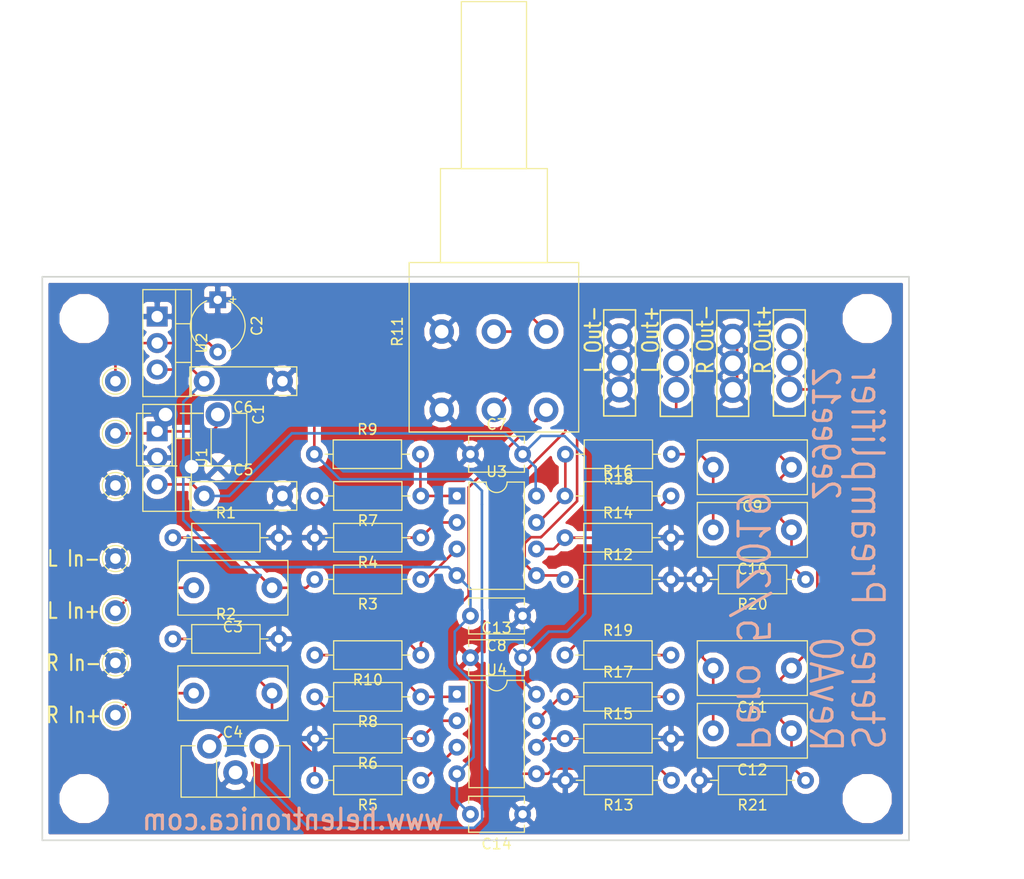
<source format=kicad_pcb>
(kicad_pcb (version 20171130) (host pcbnew "(5.1.5)-3")
  (title_block (title "Stereo Preamplifier") (date 2019-05-10) (rev "Rev A0") (company www.helentronica.com))
  (layers (0 F.Cu signal) (31 B.Cu signal hide) (34 B.Paste user hide) (35 F.Paste user hide) (36 B.SilkS user) (37 F.SilkS user hide) (38 B.Mask user hide) (39 F.Mask user hide) (44 Edge.Cuts user))
  (net 0 "")
  (net 1 -15V)
  (net 2 "Net-(C2-Pad2)")
  (net 3 GND)
  (net 4 "Net-(C1-Pad1)")
  (net 5 +15V)
  (net 6 "Net-(C11-Pad1)")
  (net 7 "Net-(R11-Pad5)")
  (net 8 "Net-(C4-Pad1)")
  (net 9 "Net-(R3-Pad1)")
  (net 10 "Net-(C3-Pad1)")
  (net 11 "Net-(R4-Pad1)")
  (net 12 "Net-(R5-Pad1)")
  (net 13 "Net-(R6-Pad1)")
  (net 14 "Net-(R7-Pad1)")
  (net 15 "Net-(R10-Pad2)")
  (net 16 "Net-(R11-Pad1)")
  (net 17 "Net-(R10-Pad1)")
  (net 18 "Net-(R11-Pad2)")
  (net 19 "Net-(R14-Pad1)")
  (net 20 "Net-(R15-Pad1)")
  (net 21 "Net-(R16-Pad1)")
  (net 22 "Net-(R17-Pad1)")
  (net 23 "Net-(C10-Pad2)")
  (net 24 "Net-(C11-Pad2)")
  (net 25 "Net-(C10-Pad1)")
  (net 26 /R_in)
  (net 27 /L_in)
  (module Package_DIP:DIP-8_W7.62mm (layer F.Cu) (at 149.7 108)
    (fp_text reference U4 (at 3.81 -2.33) (layer F.SilkS))
    (fp_text value OPA2134)
    (pad 8 thru_hole oval (at 7.62 0) (size 1.6 1.6) (drill 0.8) (layers *.Cu *.Mask) (net 5 +15V))
    (pad 4 thru_hole oval (at 0 7.62) (size 1.6 1.6) (drill 0.8) (layers *.Cu *.Mask) (net 1 -15V))
    (pad 7 thru_hole oval (at 7.62 2.54) (size 1.6 1.6) (drill 0.8) (layers *.Cu *.Mask) (net 22 "Net-(R17-Pad1)"))
    (pad 3 thru_hole oval (at 0 5.08) (size 1.6 1.6) (drill 0.8) (layers *.Cu *.Mask) (net 12 "Net-(R5-Pad1)"))
    (pad 6 thru_hole oval (at 7.62 5.08) (size 1.6 1.6) (drill 0.8) (layers *.Cu *.Mask) (net 20 "Net-(R15-Pad1)"))
    (pad 2 thru_hole oval (at 0 2.54) (size 1.6 1.6) (drill 0.8) (layers *.Cu *.Mask) (net 13 "Net-(R6-Pad1)"))
    (pad 5 thru_hole oval (at 7.62 7.62) (size 1.6 1.6) (drill 0.8) (layers *.Cu *.Mask) (net 7 "Net-(R11-Pad5)"))
    (pad 1 thru_hole rect (at 0 0) (size 1.6 1.6) (drill 0.8) (layers *.Cu *.Mask) (net 15 "Net-(R10-Pad2)"))
  )
  (module Package_DIP:DIP-8_W7.62mm (layer F.Cu) (at 149.7 89)
    (fp_text reference U3 (at 3.81 -2.33) (layer F.SilkS))
    (fp_text value OPA2134)
    (pad 8 thru_hole oval (at 7.62 0) (size 1.6 1.6) (drill 0.8) (layers *.Cu *.Mask) (net 5 +15V))
    (pad 4 thru_hole oval (at 0 7.62) (size 1.6 1.6) (drill 0.8) (layers *.Cu *.Mask) (net 1 -15V))
    (pad 7 thru_hole oval (at 7.62 2.54) (size 1.6 1.6) (drill 0.8) (layers *.Cu *.Mask) (net 21 "Net-(R16-Pad1)"))
    (pad 3 thru_hole oval (at 0 5.08) (size 1.6 1.6) (drill 0.8) (layers *.Cu *.Mask) (net 9 "Net-(R3-Pad1)"))
    (pad 6 thru_hole oval (at 7.62 5.08) (size 1.6 1.6) (drill 0.8) (layers *.Cu *.Mask) (net 19 "Net-(R14-Pad1)"))
    (pad 2 thru_hole oval (at 0 2.54) (size 1.6 1.6) (drill 0.8) (layers *.Cu *.Mask) (net 11 "Net-(R4-Pad1)"))
    (pad 5 thru_hole oval (at 7.62 7.62) (size 1.6 1.6) (drill 0.8) (layers *.Cu *.Mask) (net 18 "Net-(R11-Pad2)"))
    (pad 1 thru_hole rect (at 0 0) (size 1.6 1.6) (drill 0.8) (layers *.Cu *.Mask) (net 14 "Net-(R7-Pad1)"))
  )
  (module Package_TO_SOT_THT:TO-220-3_Vertical (layer F.Cu) (at 121 71.81 270)
    (fp_text reference U2 (at 2.54 -4.27 90) (layer F.SilkS))
    (fp_text value L7915)
    (pad 3 thru_hole oval (at 5.08 0 270) (size 1.905 2) (drill 1.1) (layers *.Cu *.Mask) (net 1 -15V))
    (pad 2 thru_hole oval (at 2.54 0 270) (size 1.905 2) (drill 1.1) (layers *.Cu *.Mask) (net 2 "Net-(C2-Pad2)"))
    (pad 1 thru_hole rect (at 0 0 270) (size 1.905 2) (drill 1.1) (layers *.Cu *.Mask) (net 3 GND))
  )
  (module Package_TO_SOT_THT:TO-220-3_Vertical (layer F.Cu) (at 121 82.81 270)
    (fp_text reference U1 (at 2.54 -4.27 90) (layer F.SilkS))
    (fp_text value L7815)
    (pad 3 thru_hole oval (at 5.08 0 270) (size 1.905 2) (drill 1.1) (layers *.Cu *.Mask) (net 5 +15V))
    (pad 2 thru_hole oval (at 2.54 0 270) (size 1.905 2) (drill 1.1) (layers *.Cu *.Mask) (net 3 GND))
    (pad 1 thru_hole rect (at 0 0 270) (size 1.905 2) (drill 1.1) (layers *.Cu *.Mask) (net 4 "Net-(C1-Pad1)"))
  )
  (module Resistor_THT:R_Axial_DIN0207_L6.3mm_D2.5mm_P10.16mm_Horizontal (layer F.Cu) (at 183.1 116.25 180)
    (fp_text reference R21 (at 5.08 -2.37) (layer F.SilkS))
    (fp_text value 100k)
    (pad 2 thru_hole oval (at 10.16 0 180) (size 1.6 1.6) (drill 0.8) (layers *.Cu *.Mask) (net 3 GND))
    (pad 1 thru_hole circle (at 0 0 180) (size 1.6 1.6) (drill 0.8) (layers *.Cu *.Mask) (net 6 "Net-(C11-Pad1)"))
  )
  (module Resistor_THT:R_Axial_DIN0207_L6.3mm_D2.5mm_P10.16mm_Horizontal (layer F.Cu) (at 183.1 97 180)
    (fp_text reference R20 (at 5.08 -2.37) (layer F.SilkS))
    (fp_text value 100k)
    (pad 2 thru_hole oval (at 10.16 0 180) (size 1.6 1.6) (drill 0.8) (layers *.Cu *.Mask) (net 3 GND))
    (pad 1 thru_hole circle (at 0 0 180) (size 1.6 1.6) (drill 0.8) (layers *.Cu *.Mask) (net 25 "Net-(C10-Pad1)"))
  )
  (module Resistor_THT:R_Axial_DIN0207_L6.3mm_D2.5mm_P10.16mm_Horizontal (layer F.Cu) (at 160.05 104.25)
    (fp_text reference R19 (at 5.08 -2.37) (layer F.SilkS))
    (fp_text value 100R)
    (pad 2 thru_hole oval (at 10.16 0) (size 1.6 1.6) (drill 0.8) (layers *.Cu *.Mask) (net 22 "Net-(R17-Pad1)"))
    (pad 1 thru_hole circle (at 0 0) (size 1.6 1.6) (drill 0.8) (layers *.Cu *.Mask) (net 24 "Net-(C11-Pad2)"))
  )
  (module Resistor_THT:R_Axial_DIN0207_L6.3mm_D2.5mm_P10.16mm_Horizontal (layer F.Cu) (at 170.25 85 180)
    (fp_text reference R18 (at 5.08 -2.37) (layer F.SilkS))
    (fp_text value 100R)
    (pad 2 thru_hole oval (at 10.16 0 180) (size 1.6 1.6) (drill 0.8) (layers *.Cu *.Mask) (net 21 "Net-(R16-Pad1)"))
    (pad 1 thru_hole circle (at 0 0 180) (size 1.6 1.6) (drill 0.8) (layers *.Cu *.Mask) (net 23 "Net-(C10-Pad2)"))
  )
  (module Resistor_THT:R_Axial_DIN0207_L6.3mm_D2.5mm_P10.16mm_Horizontal (layer F.Cu) (at 160.05 108.25)
    (fp_text reference R17 (at 5.08 -2.37) (layer F.SilkS))
    (fp_text value 10k)
    (pad 2 thru_hole oval (at 10.16 0) (size 1.6 1.6) (drill 0.8) (layers *.Cu *.Mask) (net 20 "Net-(R15-Pad1)"))
    (pad 1 thru_hole circle (at 0 0) (size 1.6 1.6) (drill 0.8) (layers *.Cu *.Mask) (net 22 "Net-(R17-Pad1)"))
  )
  (module Resistor_THT:R_Axial_DIN0207_L6.3mm_D2.5mm_P10.16mm_Horizontal (layer F.Cu) (at 160.05 89)
    (fp_text reference R16 (at 5.08 -2.37) (layer F.SilkS))
    (fp_text value 10k)
    (pad 2 thru_hole oval (at 10.16 0) (size 1.6 1.6) (drill 0.8) (layers *.Cu *.Mask) (net 19 "Net-(R14-Pad1)"))
    (pad 1 thru_hole circle (at 0 0) (size 1.6 1.6) (drill 0.8) (layers *.Cu *.Mask) (net 21 "Net-(R16-Pad1)"))
  )
  (module Resistor_THT:R_Axial_DIN0207_L6.3mm_D2.5mm_P10.16mm_Horizontal (layer F.Cu) (at 160.05 112.25)
    (fp_text reference R15 (at 5.08 -2.37) (layer F.SilkS))
    (fp_text value 10k)
    (pad 2 thru_hole oval (at 10.16 0) (size 1.6 1.6) (drill 0.8) (layers *.Cu *.Mask) (net 3 GND))
    (pad 1 thru_hole circle (at 0 0) (size 1.6 1.6) (drill 0.8) (layers *.Cu *.Mask) (net 20 "Net-(R15-Pad1)"))
  )
  (module Resistor_THT:R_Axial_DIN0207_L6.3mm_D2.5mm_P10.16mm_Horizontal (layer F.Cu) (at 160.05 93)
    (fp_text reference R14 (at 5.08 -2.37) (layer F.SilkS))
    (fp_text value 10k)
    (pad 2 thru_hole oval (at 10.16 0) (size 1.6 1.6) (drill 0.8) (layers *.Cu *.Mask) (net 3 GND))
    (pad 1 thru_hole circle (at 0 0) (size 1.6 1.6) (drill 0.8) (layers *.Cu *.Mask) (net 19 "Net-(R14-Pad1)"))
  )
  (module Resistor_THT:R_Axial_DIN0207_L6.3mm_D2.5mm_P10.16mm_Horizontal (layer F.Cu) (at 170.25 116.25 180)
    (fp_text reference R13 (at 5.08 -2.37) (layer F.SilkS))
    (fp_text value 15k)
    (pad 2 thru_hole oval (at 10.16 0 180) (size 1.6 1.6) (drill 0.8) (layers *.Cu *.Mask) (net 3 GND))
    (pad 1 thru_hole circle (at 0 0 180) (size 1.6 1.6) (drill 0.8) (layers *.Cu *.Mask) (net 7 "Net-(R11-Pad5)"))
  )
  (module Resistor_THT:R_Axial_DIN0207_L6.3mm_D2.5mm_P10.16mm_Horizontal (layer F.Cu) (at 160.05 97)
    (fp_text reference R12 (at 5.08 -2.37) (layer F.SilkS))
    (fp_text value 15k)
    (pad 2 thru_hole oval (at 10.16 0) (size 1.6 1.6) (drill 0.8) (layers *.Cu *.Mask) (net 3 GND))
    (pad 1 thru_hole circle (at 0 0) (size 1.6 1.6) (drill 0.8) (layers *.Cu *.Mask) (net 18 "Net-(R11-Pad2)"))
  )
  (module Potentiometer_THT:Potentiometer_Piher_PC-16_Dual_Horizontal (layer F.Cu) (at 158.25 73.25 90)
    (fp_text reference R11 (at 0 -14.25 90) (layer F.SilkS))
    (fp_text value 100k)
    (pad 4 thru_hole circle (at -7.5 0 90) (size 2.34 2.34) (drill 1.3) (layers *.Cu *.Mask) (net 17 "Net-(R10-Pad1)"))
    (pad 5 thru_hole circle (at -7.5 -5 90) (size 2.34 2.34) (drill 1.3) (layers *.Cu *.Mask) (net 7 "Net-(R11-Pad5)"))
    (pad 6 thru_hole circle (at -7.5 -10 90) (size 2.34 2.34) (drill 1.3) (layers *.Cu *.Mask) (net 3 GND))
    (pad 1 thru_hole circle (at 0 0 90) (size 2.34 2.34) (drill 1.3) (layers *.Cu *.Mask) (net 16 "Net-(R11-Pad1)"))
    (pad 2 thru_hole circle (at 0 -5 90) (size 2.34 2.34) (drill 1.3) (layers *.Cu *.Mask) (net 18 "Net-(R11-Pad2)"))
    (pad 3 thru_hole circle (at 0 -10 90) (size 2.34 2.34) (drill 1.3) (layers *.Cu *.Mask) (net 3 GND))
  )
  (module Resistor_THT:R_Axial_DIN0207_L6.3mm_D2.5mm_P10.16mm_Horizontal (layer F.Cu) (at 146.25 104.25 180)
    (fp_text reference R10 (at 5.08 -2.37) (layer F.SilkS))
    (fp_text value 1k5)
    (pad 2 thru_hole oval (at 10.16 0 180) (size 1.6 1.6) (drill 0.8) (layers *.Cu *.Mask) (net 15 "Net-(R10-Pad2)"))
    (pad 1 thru_hole circle (at 0 0 180) (size 1.6 1.6) (drill 0.8) (layers *.Cu *.Mask) (net 17 "Net-(R10-Pad1)"))
  )
  (module Resistor_THT:R_Axial_DIN0207_L6.3mm_D2.5mm_P10.16mm_Horizontal (layer F.Cu) (at 136.05 85)
    (fp_text reference R9 (at 5.08 -2.37) (layer F.SilkS))
    (fp_text value 1k5)
    (pad 2 thru_hole oval (at 10.16 0) (size 1.6 1.6) (drill 0.8) (layers *.Cu *.Mask) (net 14 "Net-(R7-Pad1)"))
    (pad 1 thru_hole circle (at 0 0) (size 1.6 1.6) (drill 0.8) (layers *.Cu *.Mask) (net 16 "Net-(R11-Pad1)"))
  )
  (module Resistor_THT:R_Axial_DIN0207_L6.3mm_D2.5mm_P10.16mm_Horizontal (layer F.Cu) (at 146.25 108.25 180)
    (fp_text reference R8 (at 5.08 -2.37) (layer F.SilkS))
    (fp_text value 10k)
    (pad 2 thru_hole oval (at 10.16 0 180) (size 1.6 1.6) (drill 0.8) (layers *.Cu *.Mask) (net 13 "Net-(R6-Pad1)"))
    (pad 1 thru_hole circle (at 0 0 180) (size 1.6 1.6) (drill 0.8) (layers *.Cu *.Mask) (net 15 "Net-(R10-Pad2)"))
  )
  (module Resistor_THT:R_Axial_DIN0207_L6.3mm_D2.5mm_P10.16mm_Horizontal (layer F.Cu) (at 146.25 89 180)
    (fp_text reference R7 (at 5.08 -2.37) (layer F.SilkS))
    (fp_text value 10k)
    (pad 2 thru_hole oval (at 10.16 0 180) (size 1.6 1.6) (drill 0.8) (layers *.Cu *.Mask) (net 11 "Net-(R4-Pad1)"))
    (pad 1 thru_hole circle (at 0 0 180) (size 1.6 1.6) (drill 0.8) (layers *.Cu *.Mask) (net 14 "Net-(R7-Pad1)"))
  )
  (module Resistor_THT:R_Axial_DIN0207_L6.3mm_D2.5mm_P10.16mm_Horizontal (layer F.Cu) (at 146.25 112.25 180)
    (fp_text reference R6 (at 5.08 -2.37) (layer F.SilkS))
    (fp_text value 10k)
    (pad 2 thru_hole oval (at 10.16 0 180) (size 1.6 1.6) (drill 0.8) (layers *.Cu *.Mask) (net 3 GND))
    (pad 1 thru_hole circle (at 0 0 180) (size 1.6 1.6) (drill 0.8) (layers *.Cu *.Mask) (net 13 "Net-(R6-Pad1)"))
  )
  (module Resistor_THT:R_Axial_DIN0207_L6.3mm_D2.5mm_P10.16mm_Horizontal (layer F.Cu) (at 146.25 116.25 180)
    (fp_text reference R5 (at 5.08 -2.37) (layer F.SilkS))
    (fp_text value 1k)
    (pad 2 thru_hole oval (at 10.16 0 180) (size 1.6 1.6) (drill 0.8) (layers *.Cu *.Mask) (net 8 "Net-(C4-Pad1)"))
    (pad 1 thru_hole circle (at 0 0 180) (size 1.6 1.6) (drill 0.8) (layers *.Cu *.Mask) (net 12 "Net-(R5-Pad1)"))
  )
  (module Resistor_THT:R_Axial_DIN0207_L6.3mm_D2.5mm_P10.16mm_Horizontal (layer F.Cu) (at 146.25 93 180)
    (fp_text reference R4 (at 5.08 -2.37) (layer F.SilkS))
    (fp_text value 10k)
    (pad 2 thru_hole oval (at 10.16 0 180) (size 1.6 1.6) (drill 0.8) (layers *.Cu *.Mask) (net 3 GND))
    (pad 1 thru_hole circle (at 0 0 180) (size 1.6 1.6) (drill 0.8) (layers *.Cu *.Mask) (net 11 "Net-(R4-Pad1)"))
  )
  (module Resistor_THT:R_Axial_DIN0207_L6.3mm_D2.5mm_P10.16mm_Horizontal (layer F.Cu) (at 146.25 97 180)
    (fp_text reference R3 (at 5.08 -2.37) (layer F.SilkS))
    (fp_text value 1k)
    (pad 2 thru_hole oval (at 10.16 0 180) (size 1.6 1.6) (drill 0.8) (layers *.Cu *.Mask) (net 10 "Net-(C3-Pad1)"))
    (pad 1 thru_hole circle (at 0 0 180) (size 1.6 1.6) (drill 0.8) (layers *.Cu *.Mask) (net 9 "Net-(R3-Pad1)"))
  )
  (module Resistor_THT:R_Axial_DIN0207_L6.3mm_D2.5mm_P10.16mm_Horizontal (layer F.Cu) (at 122.5 102.7)
    (fp_text reference R2 (at 5.08 -2.37) (layer F.SilkS))
    (fp_text value 100k)
    (pad 2 thru_hole oval (at 10.16 0) (size 1.6 1.6) (drill 0.8) (layers *.Cu *.Mask) (net 3 GND))
    (pad 1 thru_hole circle (at 0 0) (size 1.6 1.6) (drill 0.8) (layers *.Cu *.Mask) (net 8 "Net-(C4-Pad1)"))
  )
  (module Resistor_THT:R_Axial_DIN0207_L6.3mm_D2.5mm_P10.16mm_Horizontal (layer F.Cu) (at 122.5 93)
    (fp_text reference R1 (at 5.08 -2.37) (layer F.SilkS))
    (fp_text value 100k)
    (pad 2 thru_hole oval (at 10.16 0) (size 1.6 1.6) (drill 0.8) (layers *.Cu *.Mask) (net 3 GND))
    (pad 1 thru_hole circle (at 0 0) (size 1.6 1.6) (drill 0.8) (layers *.Cu *.Mask) (net 10 "Net-(C3-Pad1)"))
  )
  (module Capacitor_THT:C_Disc_D5.1mm_W3.2mm_P5.00mm (layer F.Cu) (at 156 119.5 180)
    (fp_text reference C14 (at 2.5 -2.85) (layer F.SilkS))
    (fp_text value 1u)
    (pad 2 thru_hole circle (at 5 0 180) (size 1.6 1.6) (drill 0.8) (layers *.Cu *.Mask) (net 1 -15V))
    (pad 1 thru_hole circle (at 0 0 180) (size 1.6 1.6) (drill 0.8) (layers *.Cu *.Mask) (net 3 GND))
  )
  (module Capacitor_THT:C_Disc_D5.1mm_W3.2mm_P5.00mm (layer F.Cu) (at 151 104.5)
    (fp_text reference C13 (at 2.5 -2.85) (layer F.SilkS))
    (fp_text value 1u)
    (pad 2 thru_hole circle (at 5 0) (size 1.6 1.6) (drill 0.8) (layers *.Cu *.Mask) (net 5 +15V))
    (pad 1 thru_hole circle (at 0 0) (size 1.6 1.6) (drill 0.8) (layers *.Cu *.Mask) (net 3 GND))
  )
  (module Capacitor_THT:C_Rect_L10.3mm_W5.0mm_P7.50mm_MKS4 (layer F.Cu) (at 181.75 111.5 180)
    (fp_text reference C12 (at 3.75 -3.75) (layer F.SilkS))
    (fp_text value 1u)
    (pad 2 thru_hole circle (at 7.5 0 180) (size 2 2) (drill 1) (layers *.Cu *.Mask) (net 24 "Net-(C11-Pad2)"))
    (pad 1 thru_hole circle (at 0 0 180) (size 2 2) (drill 1) (layers *.Cu *.Mask) (net 6 "Net-(C11-Pad1)"))
  )
  (module Capacitor_THT:C_Rect_L10.3mm_W5.0mm_P7.50mm_MKS4 (layer F.Cu) (at 181.75 105.5 180)
    (fp_text reference C11 (at 3.75 -3.75) (layer F.SilkS))
    (fp_text value 1u)
    (pad 2 thru_hole circle (at 7.5 0 180) (size 2 2) (drill 1) (layers *.Cu *.Mask) (net 24 "Net-(C11-Pad2)"))
    (pad 1 thru_hole circle (at 0 0 180) (size 2 2) (drill 1) (layers *.Cu *.Mask) (net 6 "Net-(C11-Pad1)"))
  )
  (module Capacitor_THT:C_Rect_L10.3mm_W5.0mm_P7.50mm_MKS4 (layer F.Cu) (at 181.75 92.25 180)
    (fp_text reference C10 (at 3.75 -3.75) (layer F.SilkS))
    (fp_text value 1u)
    (pad 2 thru_hole circle (at 7.5 0 180) (size 2 2) (drill 1) (layers *.Cu *.Mask) (net 23 "Net-(C10-Pad2)"))
    (pad 1 thru_hole circle (at 0 0 180) (size 2 2) (drill 1) (layers *.Cu *.Mask) (net 25 "Net-(C10-Pad1)"))
  )
  (module Capacitor_THT:C_Rect_L10.3mm_W5.0mm_P7.50mm_MKS4 (layer F.Cu) (at 181.75 86.25 180)
    (fp_text reference C9 (at 3.75 -3.75) (layer F.SilkS))
    (fp_text value 1u)
    (pad 2 thru_hole circle (at 7.5 0 180) (size 2 2) (drill 1) (layers *.Cu *.Mask) (net 23 "Net-(C10-Pad2)"))
    (pad 1 thru_hole circle (at 0 0 180) (size 2 2) (drill 1) (layers *.Cu *.Mask) (net 25 "Net-(C10-Pad1)"))
  )
  (module Capacitor_THT:C_Disc_D5.1mm_W3.2mm_P5.00mm (layer F.Cu) (at 156 100.5 180)
    (fp_text reference C8 (at 2.5 -2.85) (layer F.SilkS))
    (fp_text value 1u)
    (pad 2 thru_hole circle (at 5 0 180) (size 1.6 1.6) (drill 0.8) (layers *.Cu *.Mask) (net 1 -15V))
    (pad 1 thru_hole circle (at 0 0 180) (size 1.6 1.6) (drill 0.8) (layers *.Cu *.Mask) (net 3 GND))
  )
  (module Capacitor_THT:C_Disc_D5.1mm_W3.2mm_P5.00mm (layer F.Cu) (at 151 85)
    (fp_text reference C7 (at 2.5 -2.85) (layer F.SilkS))
    (fp_text value 1u)
    (pad 2 thru_hole circle (at 5 0) (size 1.6 1.6) (drill 0.8) (layers *.Cu *.Mask) (net 5 +15V))
    (pad 1 thru_hole circle (at 0 0) (size 1.6 1.6) (drill 0.8) (layers *.Cu *.Mask) (net 3 GND))
  )
  (module Capacitor_THT:C_Rect_L10.0mm_W2.5mm_P7.50mm_MKS4 (layer F.Cu) (at 133 78 180)
    (fp_text reference C6 (at 3.75 -2.5) (layer F.SilkS))
    (fp_text value 100n)
    (pad 2 thru_hole circle (at 7.5 0 180) (size 2 2) (drill 1) (layers *.Cu *.Mask) (net 1 -15V))
    (pad 1 thru_hole circle (at 0 0 180) (size 2 2) (drill 1) (layers *.Cu *.Mask) (net 3 GND))
  )
  (module Capacitor_THT:C_Rect_L10.0mm_W2.5mm_P7.50mm_MKS4 (layer F.Cu) (at 125.5 89)
    (fp_text reference C5 (at 3.75 -2.5) (layer F.SilkS))
    (fp_text value 100n)
    (pad 2 thru_hole circle (at 7.5 0) (size 2 2) (drill 1) (layers *.Cu *.Mask) (net 3 GND))
    (pad 1 thru_hole circle (at 0 0) (size 2 2) (drill 1) (layers *.Cu *.Mask) (net 5 +15V))
  )
  (module Capacitor_THT:C_Rect_L10.3mm_W5.0mm_P7.50mm_MKS4 (layer F.Cu) (at 132 107.9 180)
    (fp_text reference C4 (at 3.75 -3.75) (layer F.SilkS))
    (fp_text value 1u)
    (pad 2 thru_hole circle (at 7.5 0 180) (size 2 2) (drill 1) (layers *.Cu *.Mask) (net 26 /R_in))
    (pad 1 thru_hole circle (at 0 0 180) (size 2 2) (drill 1) (layers *.Cu *.Mask) (net 8 "Net-(C4-Pad1)"))
  )
  (module Capacitor_THT:C_Rect_L10.3mm_W5.0mm_P7.50mm_MKS4 (layer F.Cu) (at 132 97.8 180)
    (fp_text reference C3 (at 3.75 -3.75) (layer F.SilkS))
    (fp_text value 1u)
    (pad 2 thru_hole circle (at 7.5 0 180) (size 2 2) (drill 1) (layers *.Cu *.Mask) (net 27 /L_in))
    (pad 1 thru_hole circle (at 0 0 180) (size 2 2) (drill 1) (layers *.Cu *.Mask) (net 10 "Net-(C3-Pad1)"))
  )
  (module Capacitor_THT:CP_Radial_Tantal_D5.0mm_P5.00mm (layer F.Cu) (at 126.8 70.2 270)
    (fp_text reference C2 (at 2.5 -3.75 90) (layer F.SilkS))
    (fp_text value 10u)
    (pad 2 thru_hole circle (at 5 0 270) (size 1.6 1.6) (drill 0.8) (layers *.Cu *.Mask) (net 2 "Net-(C2-Pad2)"))
    (pad 1 thru_hole rect (at 0 0 270) (size 1.6 1.6) (drill 0.8) (layers *.Cu *.Mask) (net 3 GND))
  )
  (module Potentiometer_THT:Potentiometer_Piher_PT-10-H05_Horizontal (layer F.Cu) (at 126.8 81.2 270)
    (fp_text reference C1 (at 0 -3.9 90) (layer F.SilkS))
    (fp_text value 10u)
    (pad 1 thru_hole circle (at 0 0 270) (size 2.34 2.34) (drill 1.3) (layers *.Cu *.Mask) (net 4 "Net-(C1-Pad1)"))
    (pad 2 thru_hole circle (at 5 2.5 270) (size 2.34 2.34) (drill 1.3) (layers *.Cu *.Mask) (net 3 GND))
    (pad 3 thru_hole circle (at 0 5 270) (size 2.34 2.34) (drill 1.3) (layers *.Cu *.Mask))
  )
  (module Connectors:Pin_d1.0mm_L10.0mm (layer F.Cu) (at 117 83 270)
    (fp_text reference J1 hide)
    (fp_text value +20)
    (pad 1 thru_hole circle (at 0 0 270) (size 2 2) (drill 1) (layers *.Cu *.Mask) (net 4 "Net-(C1-Pad1)"))
  )
  (module Connectors:Pin_d1.0mm_L10.0mm (layer F.Cu) (at 117 88 270)
    (fp_text reference J2 hide)
    (fp_text value GND)
    (pad 1 thru_hole circle (at 0 0 270) (size 2 2) (drill 1) (layers *.Cu *.Mask) (net 3 GND))
  )
  (module Connectors:Pin_d1.0mm_L10.0mm (layer F.Cu) (at 117 78 270)
    (fp_text reference J3 hide)
    (fp_text value -20)
    (pad 1 thru_hole circle (at 0 0 270) (size 2 2) (drill 1) (layers *.Cu *.Mask) (net 2 "Net-(C2-Pad2)"))
  )
  (module Connectors:Pin_d1.0mm_L10.0mm (layer F.Cu) (at 117 100)
    (fp_text reference J4 hide)
    (fp_text value "L In+")
    (pad 1 thru_hole circle (at 0 0) (size 2 2) (drill 1) (layers *.Cu *.Mask) (net 27 /L_in))
  )
  (module Connectors:Pin_d1.0mm_L10.0mm (layer F.Cu) (at 117 95)
    (fp_text reference J5 hide)
    (fp_text value "L In-")
    (pad 1 thru_hole circle (at 0 0) (size 2 2) (drill 1) (layers *.Cu *.Mask) (net 3 GND))
  )
  (module Connectors:Pin_d1.0mm_L10.0mm (layer F.Cu) (at 117 110)
    (fp_text reference J6 hide)
    (fp_text value "R In+")
    (pad 1 thru_hole circle (at 0 0) (size 2 2) (drill 1) (layers *.Cu *.Mask) (net 26 /R_in))
  )
  (module Connectors:Pin_d1.0mm_L10.0mm (layer F.Cu) (at 117 105)
    (fp_text reference J7 hide)
    (fp_text value "R In-")
    (pad 1 thru_hole circle (at 0 0) (size 2 2) (drill 1) (layers *.Cu *.Mask) (net 3 GND))
  )
  (module Flachsteceker:216843-1 (layer F.Cu) (at 173.583332 76.29 270)
    (fp_text reference J11 hide)
    (fp_text value "R Out-")
    (pad 1 thru_hole circle (at 0 -2.54 270) (size 2.5 2.5) (drill 1.5) (layers *.Cu *.Mask) (net 3 GND))
    (pad 1 thru_hole circle (at -2.54 -2.54 270) (size 2.5 2.5) (drill 1.5) (layers *.Cu *.Mask) (net 3 GND))
    (pad 1 thru_hole circle (at 2.54 -2.54 270) (size 2.5 2.5) (drill 1.5) (layers *.Cu *.Mask) (net 3 GND))
  )
  (module Flachsteceker:216843-1 (layer F.Cu) (at 168.166666 76.29 270)
    (fp_text reference J8 hide)
    (fp_text value "L Out+")
    (pad 1 thru_hole circle (at 2.54 -2.54 270) (size 2.5 2.5) (drill 1.5) (layers *.Cu *.Mask) (net 25 "Net-(C10-Pad1)"))
    (pad 1 thru_hole circle (at -2.54 -2.54 270) (size 2.5 2.5) (drill 1.5) (layers *.Cu *.Mask) (net 25 "Net-(C10-Pad1)"))
    (pad 1 thru_hole circle (at 0 -2.54 270) (size 2.5 2.5) (drill 1.5) (layers *.Cu *.Mask) (net 25 "Net-(C10-Pad1)"))
  )
  (module Flachsteceker:216843-1 (layer F.Cu) (at 162.75 76.25 270)
    (fp_text reference J9 hide)
    (fp_text value "L Out-")
    (pad 1 thru_hole circle (at 0 -2.54 270) (size 2.5 2.5) (drill 1.5) (layers *.Cu *.Mask) (net 3 GND))
    (pad 1 thru_hole circle (at -2.54 -2.54 270) (size 2.5 2.5) (drill 1.5) (layers *.Cu *.Mask) (net 3 GND))
    (pad 1 thru_hole circle (at 2.54 -2.54 270) (size 2.5 2.5) (drill 1.5) (layers *.Cu *.Mask) (net 3 GND))
  )
  (module Flachsteceker:216843-1 (layer F.Cu) (at 179 76.25 270)
    (fp_text reference J10 hide)
    (fp_text value "R Out+")
    (pad 1 thru_hole circle (at 2.54 -2.54 270) (size 2.5 2.5) (drill 1.5) (layers *.Cu *.Mask) (net 6 "Net-(C11-Pad1)"))
    (pad 1 thru_hole circle (at -2.54 -2.54 270) (size 2.5 2.5) (drill 1.5) (layers *.Cu *.Mask) (net 6 "Net-(C11-Pad1)"))
    (pad 1 thru_hole circle (at 0 -2.54 270) (size 2.5 2.5) (drill 1.5) (layers *.Cu *.Mask) (net 6 "Net-(C11-Pad1)"))
  )
  (module Potentiometers:Potentiometer_Trimmer_Piher_PT-10h2.5_Vertical_Px2.5mm_Py5.0mm (layer F.Cu) (at 131 113 270)
    (fp_text reference RV1 hide)
    (fp_text value 10k)
    (pad 1 thru_hole circle (at 0 0 270) (size 2.34 2.34) (drill 1.3) (layers *.Cu *.Mask) (net 16 "Net-(R11-Pad1)"))
    (pad 2 thru_hole circle (at 2.5 2.5 270) (size 2.34 2.34) (drill 1.3) (layers *.Cu *.Mask) (net 3 GND))
    (pad 3 thru_hole circle (at 0 5 270) (size 2.34 2.34) (drill 1.3) (layers *.Cu *.Mask) (net 17 "Net-(R10-Pad1)"))
  )
  (module Mounting_Holes:MountingHole_3.7mm (layer F.Cu) (at 114 72)
    (fp_text reference REF** hide)
    (fp_text value MountingHole_3.7mm)
    (pad 1 np_thru_hole circle (at 0 0) (size 3.7 3.7) (drill 3.7) (layers *.Cu *.Mask))
  )
  (module Mounting_Holes:MountingHole_3.7mm (layer F.Cu) (at 114 118)
    (fp_text reference REF** hide)
    (fp_text value MountingHole_3.7mm)
    (pad 1 np_thru_hole circle (at 0 0) (size 3.7 3.7) (drill 3.7) (layers *.Cu *.Mask))
  )
  (module Mounting_Holes:MountingHole_3.7mm (layer F.Cu) (at 189 72)
    (fp_text reference REF** hide)
    (fp_text value MountingHole_3.7mm)
    (pad 1 np_thru_hole circle (at 0 0) (size 3.7 3.7) (drill 3.7) (layers *.Cu *.Mask))
  )
  (module Mounting_Holes:MountingHole_3.7mm (layer F.Cu) (at 189 118)
    (fp_text reference REF** hide)
    (fp_text value MountingHole_3.7mm)
    (pad 1 np_thru_hole circle (at 0 0) (size 3.7 3.7) (drill 3.7) (layers *.Cu *.Mask))
  )
  (gr_text "R Out+\n" (at 179 74 90) (layer F.SilkS) (effects (font (size 1.5 1.2) (thickness 0.2))))
  (gr_text "R Out-" (at 173.5 74 90) (layer F.SilkS) (effects (font (size 1.5 1.2) (thickness 0.2))))
  (gr_text "L Out+\n" (at 168.25 74 90) (layer F.SilkS) (effects (font (size 1.5 1.2) (thickness 0.2))))
  (gr_text "L Out-" (at 162.75 74 90) (layer F.SilkS) (effects (font (size 1.5 1.2) (thickness 0.2))))
  (gr_text "L In-" (at 113 95) (layer F.SilkS) (effects (font (size 1.5 1.2) (thickness 0.2))))
  (gr_text "L In+" (at 113 100) (layer F.SilkS) (effects (font (size 1.5 1.2) (thickness 0.2))))
  (gr_text "R In-" (at 113 105) (layer F.SilkS) (effects (font (size 1.5 1.2) (thickness 0.2))))
  (gr_text "R In+" (at 113 110) (layer F.SilkS) (effects (font (size 1.5 1.2) (thickness 0.2))))
  (gr_text 2e9ee12 (at 185 83 270) (layer B.SilkS) (effects (font (size 2.5 2) (thickness 0.3)) (justify mirror)))
  (gr_text "Pero 5/2019" (at 178 101 270) (layer B.SilkS) (effects (font (size 3 2.5) (thickness 0.3)) (justify mirror)))
  (gr_text RevA0 (at 185 108 270) (layer B.SilkS) (effects (font (size 3 2.5) (thickness 0.3)) (justify mirror)))
  (gr_text "Stereo Preamplifier\n" (at 189 95 270) (layer B.SilkS) (effects (font (size 3 2.5) (thickness 0.3)) (justify mirror)))
  (gr_text "www.helentronica.com\n" (at 134 120) (layer B.SilkS) (effects (font (size 2 1.75) (thickness 0.3)) (justify mirror)))
  (gr_line (start 110 122) (end 110 68) (layer Edge.Cuts) (width 0.15))
  (gr_line (start 193 122) (end 110 122) (layer Edge.Cuts) (width 0.15))
  (gr_line (start 193 68) (end 193 122) (layer Edge.Cuts) (width 0.15))
  (gr_line (start 110 68) (end 193 68) (layer Edge.Cuts) (width 0.15))
  (segment (start 124.39 76.89) (end 125.5 78) (width 0.25) (layer F.Cu) (net 1))
  (segment (start 121 76.89) (end 124.39 76.89) (width 0.25) (layer F.Cu) (net 1))
  (segment (start 151 97.92) (end 149.7 96.62) (width 0.25) (layer B.Cu) (net 1))
  (segment (start 151 100.5) (end 151 97.92) (width 0.25) (layer B.Cu) (net 1))
  (segment (start 149.7 118.2) (end 151 119.5) (width 0.25) (layer B.Cu) (net 1))
  (segment (start 149.7 115.62) (end 149.7 118.2) (width 0.25) (layer B.Cu) (net 1))
  (segment (start 124.500001 78.999999) (end 125.5 78) (width 0.25) (layer B.Cu) (net 1))
  (segment (start 123.5 80) (end 124.500001 78.999999) (width 0.25) (layer B.Cu) (net 1))
  (segment (start 123.5 91.3) (end 123.5 80) (width 0.25) (layer B.Cu) (net 1))
  (segment (start 128.020001 95.820001) (end 123.5 91.3) (width 0.25) (layer B.Cu) (net 1))
  (segment (start 149.7 96.62) (end 148.900001 95.820001) (width 0.25) (layer B.Cu) (net 1))
  (segment (start 148.900001 95.820001) (end 128.020001 95.820001) (width 0.25) (layer B.Cu) (net 1))
  (segment (start 150.200001 101.299999) (end 151 100.5) (width 0.25) (layer B.Cu) (net 1))
  (segment (start 149.5 102) (end 150.200001 101.299999) (width 0.25) (layer B.Cu) (net 1))
  (segment (start 149.5 105.2) (end 149.5 102) (width 0.25) (layer B.Cu) (net 1))
  (segment (start 151.3 107) (end 149.5 105.2) (width 0.25) (layer B.Cu) (net 1))
  (segment (start 149.7 115.62) (end 151.3 114.02) (width 0.25) (layer B.Cu) (net 1))
  (segment (start 151.3 114.02) (end 151.3 107) (width 0.25) (layer B.Cu) (net 1))
  (segment (start 118.05 74.35) (end 121 74.35) (width 0.25) (layer F.Cu) (net 2))
  (segment (start 117 78) (end 117 75.4) (width 0.25) (layer F.Cu) (net 2))
  (segment (start 117 75.4) (end 118.05 74.35) (width 0.25) (layer F.Cu) (net 2))
  (segment (start 125.95 74.35) (end 121 74.35) (width 0.25) (layer F.Cu) (net 2))
  (segment (start 126.8 75.2) (end 125.95 74.35) (width 0.25) (layer F.Cu) (net 2))
  (segment (start 176.54 73.75) (end 176.54 76.29) (width 0.25) (layer F.Cu) (net 3))
  (segment (start 176.54 76.29) (end 176.54 78.83) (width 0.25) (layer F.Cu) (net 3))
  (segment (start 120.81 83) (end 121 82.81) (width 0.25) (layer F.Cu) (net 4))
  (segment (start 117 83) (end 120.81 83) (width 0.25) (layer F.Cu) (net 4))
  (segment (start 126.8 82.25) (end 126.8 81.2) (width 0.25) (layer F.Cu) (net 4))
  (segment (start 126.24 82.81) (end 126.8 82.25) (width 0.25) (layer F.Cu) (net 4))
  (segment (start 121 82.81) (end 126.24 82.81) (width 0.25) (layer F.Cu) (net 4))
  (segment (start 124.39 87.89) (end 125.5 89) (width 0.25) (layer F.Cu) (net 5))
  (segment (start 121 87.89) (end 124.39 87.89) (width 0.25) (layer F.Cu) (net 5))
  (segment (start 156 106.68) (end 157.32 108) (width 0.25) (layer B.Cu) (net 5))
  (segment (start 156 104.5) (end 156 106.68) (width 0.25) (layer B.Cu) (net 5))
  (segment (start 127.9 89) (end 125.5 89) (width 0.25) (layer B.Cu) (net 5))
  (segment (start 133.9 83) (end 127.9 89) (width 0.25) (layer B.Cu) (net 5))
  (segment (start 154.3 83) (end 133.9 83) (width 0.25) (layer B.Cu) (net 5))
  (segment (start 156 85) (end 156 84.7) (width 0.25) (layer B.Cu) (net 5))
  (segment (start 156 84.7) (end 154.3 83) (width 0.25) (layer B.Cu) (net 5))
  (segment (start 155.200001 103.700001) (end 156 104.5) (width 0.25) (layer B.Cu) (net 5))
  (segment (start 156 85) (end 157.75 83.25) (width 0.25) (layer B.Cu) (net 5))
  (segment (start 160.005002 83.25) (end 162 85.244998) (width 0.25) (layer B.Cu) (net 5))
  (segment (start 157.75 83.25) (end 160.005002 83.25) (width 0.25) (layer B.Cu) (net 5))
  (segment (start 162 85.244998) (end 162 100.25) (width 0.25) (layer B.Cu) (net 5))
  (segment (start 162 100.25) (end 160.25 102) (width 0.25) (layer B.Cu) (net 5))
  (segment (start 158.5 102) (end 156 104.5) (width 0.25) (layer B.Cu) (net 5))
  (segment (start 160.25 102) (end 158.5 102) (width 0.25) (layer B.Cu) (net 5))
  (segment (start 157.25 89) (end 157.32 89) (width 0.25) (layer B.Cu) (net 5))
  (segment (start 156 85) (end 157.25 86.25) (width 0.25) (layer B.Cu) (net 5))
  (segment (start 157.25 86.25) (end 157.25 89) (width 0.25) (layer B.Cu) (net 5))
  (segment (start 181.54 73.71) (end 181.54 76.25) (width 0.25) (layer F.Cu) (net 6))
  (segment (start 181.54 76.25) (end 181.54 78.79) (width 0.25) (layer F.Cu) (net 6))
  (segment (start 180.750001 110.500001) (end 181.75 111.5) (width 0.25) (layer F.Cu) (net 6))
  (segment (start 180.750001 106.499999) (end 180.750001 110.500001) (width 0.25) (layer F.Cu) (net 6))
  (segment (start 181.75 105.5) (end 180.750001 106.499999) (width 0.25) (layer F.Cu) (net 6))
  (segment (start 181.75 114.9) (end 183.1 116.25) (width 0.25) (layer F.Cu) (net 6))
  (segment (start 181.75 111.5) (end 181.75 114.9) (width 0.25) (layer F.Cu) (net 6))
  (segment (start 182.749999 104.500001) (end 181.75 105.5) (width 0.25) (layer F.Cu) (net 6))
  (segment (start 184.225001 103.024999) (end 182.749999 104.500001) (width 0.25) (layer F.Cu) (net 6))
  (segment (start 184.225001 79.475001) (end 184.225001 103.024999) (width 0.25) (layer F.Cu) (net 6))
  (segment (start 181.54 78.79) (end 183.54 78.79) (width 0.25) (layer F.Cu) (net 6))
  (segment (start 183.54 78.79) (end 184.225001 79.475001) (width 0.25) (layer F.Cu) (net 6))
  (segment (start 169.450001 115.450001) (end 170.25 116.25) (width 0.25) (layer F.Cu) (net 7))
  (segment (start 169.124999 115.124999) (end 169.450001 115.450001) (width 0.25) (layer F.Cu) (net 7))
  (segment (start 158.946371 115.124999) (end 169.124999 115.124999) (width 0.25) (layer F.Cu) (net 7))
  (segment (start 158.45137 115.62) (end 158.946371 115.124999) (width 0.25) (layer F.Cu) (net 7))
  (segment (start 157.32 115.62) (end 158.45137 115.62) (width 0.25) (layer F.Cu) (net 7))
  (segment (start 154.419999 79.580001) (end 153.25 80.75) (width 0.25) (layer F.Cu) (net 7))
  (segment (start 155.4 78.6) (end 154.419999 79.580001) (width 0.25) (layer F.Cu) (net 7))
  (segment (start 153.92 115.62) (end 153.1 114.8) (width 0.25) (layer F.Cu) (net 7))
  (segment (start 153.1 114.8) (end 153.1 89.8) (width 0.25) (layer F.Cu) (net 7))
  (segment (start 153.1 89.8) (end 160.1 82.8) (width 0.25) (layer F.Cu) (net 7))
  (segment (start 159.3 78.6) (end 155.4 78.6) (width 0.25) (layer F.Cu) (net 7))
  (segment (start 160.1 82.8) (end 160.1 79.4) (width 0.25) (layer F.Cu) (net 7))
  (segment (start 157.32 115.62) (end 153.92 115.62) (width 0.25) (layer F.Cu) (net 7))
  (segment (start 160.1 79.4) (end 159.3 78.6) (width 0.25) (layer F.Cu) (net 7))
  (segment (start 126.8 102.7) (end 132 107.9) (width 0.25) (layer F.Cu) (net 8))
  (segment (start 122.5 102.7) (end 126.8 102.7) (width 0.25) (layer F.Cu) (net 8))
  (segment (start 136.09 115.11863) (end 136.09 116.25) (width 0.25) (layer F.Cu) (net 8))
  (segment (start 136.09 113.915002) (end 136.09 115.11863) (width 0.25) (layer F.Cu) (net 8))
  (segment (start 132 109.825002) (end 136.09 113.915002) (width 0.25) (layer F.Cu) (net 8))
  (segment (start 132 107.9) (end 132 109.825002) (width 0.25) (layer F.Cu) (net 8))
  (segment (start 146.78 97) (end 146.25 97) (width 0.25) (layer F.Cu) (net 9))
  (segment (start 149.7 94.08) (end 146.78 97) (width 0.25) (layer F.Cu) (net 9))
  (segment (start 127.2 93) (end 132 97.8) (width 0.25) (layer F.Cu) (net 10))
  (segment (start 122.5 93) (end 127.2 93) (width 0.25) (layer F.Cu) (net 10))
  (segment (start 135.290001 97.799999) (end 136.09 97) (width 0.25) (layer F.Cu) (net 10))
  (segment (start 132 97.8) (end 135.290001 97.799999) (width 0.25) (layer F.Cu) (net 10))
  (segment (start 140.09 93) (end 146.25 93) (width 0.25) (layer F.Cu) (net 11))
  (segment (start 136.09 89) (end 140.09 93) (width 0.25) (layer F.Cu) (net 11))
  (segment (start 147.71 91.54) (end 149.7 91.54) (width 0.25) (layer F.Cu) (net 11))
  (segment (start 146.25 93) (end 147.71 91.54) (width 0.25) (layer F.Cu) (net 11))
  (segment (start 146.53 116.25) (end 146.25 116.25) (width 0.25) (layer F.Cu) (net 12))
  (segment (start 149.7 113.08) (end 146.53 116.25) (width 0.25) (layer F.Cu) (net 12))
  (segment (start 147.96 110.54) (end 146.25 112.25) (width 0.25) (layer F.Cu) (net 13))
  (segment (start 149.7 110.54) (end 147.96 110.54) (width 0.25) (layer F.Cu) (net 13))
  (segment (start 140.09 112.25) (end 146.25 112.25) (width 0.25) (layer F.Cu) (net 13))
  (segment (start 136.09 108.25) (end 140.09 112.25) (width 0.25) (layer F.Cu) (net 13))
  (segment (start 146.21 88.96) (end 146.25 89) (width 0.25) (layer F.Cu) (net 14))
  (segment (start 146.21 85) (end 146.21 88.96) (width 0.25) (layer F.Cu) (net 14))
  (segment (start 148.65 89) (end 146.25 89) (width 0.25) (layer F.Cu) (net 14))
  (segment (start 149.7 89) (end 148.65 89) (width 0.25) (layer F.Cu) (net 14))
  (segment (start 149.45 108.25) (end 149.7 108) (width 0.25) (layer F.Cu) (net 15))
  (segment (start 146.25 108.25) (end 149.45 108.25) (width 0.25) (layer F.Cu) (net 15))
  (segment (start 136.09 104.25) (end 142.25 104.25) (width 0.25) (layer F.Cu) (net 15))
  (segment (start 142.25 104.25) (end 146.25 108.25) (width 0.25) (layer F.Cu) (net 15))
  (segment (start 152.1 88.5) (end 152.1 89.8) (width 0.25) (layer B.Cu) (net 16))
  (segment (start 151 87.4) (end 152.1 88.5) (width 0.25) (layer B.Cu) (net 16))
  (segment (start 138.5 87.4) (end 151 87.4) (width 0.25) (layer B.Cu) (net 16))
  (segment (start 136.05 85) (end 136.1 85) (width 0.25) (layer B.Cu) (net 16))
  (segment (start 136.1 85) (end 138.5 87.4) (width 0.25) (layer B.Cu) (net 16))
  (segment (start 152.1 103.934998) (end 152.125001 103.959999) (width 0.25) (layer B.Cu) (net 16))
  (segment (start 152.125001 118.959999) (end 152.125001 120.040001) (width 0.25) (layer B.Cu) (net 16))
  (segment (start 152.1 101.065002) (end 152.1 103.934998) (width 0.25) (layer B.Cu) (net 16))
  (segment (start 152.125001 120.040001) (end 151.365002 120.8) (width 0.25) (layer B.Cu) (net 16))
  (segment (start 152.125001 101.040001) (end 152.1 101.065002) (width 0.25) (layer B.Cu) (net 16))
  (segment (start 152.125001 99.959999) (end 152.125001 101.040001) (width 0.25) (layer B.Cu) (net 16))
  (segment (start 152.1 89.814998) (end 152.1 99.934998) (width 0.25) (layer B.Cu) (net 16))
  (segment (start 152.1 99.934998) (end 152.125001 99.959999) (width 0.25) (layer B.Cu) (net 16))
  (segment (start 152.125001 103.959999) (end 152.125001 105.040001) (width 0.25) (layer B.Cu) (net 16))
  (segment (start 152.125001 105.040001) (end 152.1 105.065002) (width 0.25) (layer B.Cu) (net 16))
  (segment (start 152.1 105.065002) (end 152.1 118.934998) (width 0.25) (layer B.Cu) (net 16))
  (segment (start 152.1 118.934998) (end 152.125001 118.959999) (width 0.25) (layer B.Cu) (net 16))
  (segment (start 151.365002 120.8) (end 135.5 120.8) (width 0.25) (layer B.Cu) (net 16))
  (segment (start 131 116.3) (end 131 113) (width 0.25) (layer B.Cu) (net 16))
  (segment (start 135.5 120.8) (end 131 116.3) (width 0.25) (layer B.Cu) (net 16))
  (segment (start 156.3 71.3) (end 158.25 73.25) (width 0.25) (layer F.Cu) (net 16))
  (segment (start 136.7 71.3) (end 156.3 71.3) (width 0.25) (layer F.Cu) (net 16))
  (segment (start 136.05 85) (end 136.05 71.95) (width 0.25) (layer F.Cu) (net 16))
  (segment (start 136.05 71.95) (end 136.7 71.3) (width 0.25) (layer F.Cu) (net 16))
  (segment (start 146.25 103.11863) (end 146.25 104.25) (width 0.25) (layer F.Cu) (net 17))
  (segment (start 150.825001 98.543629) (end 146.25 103.11863) (width 0.25) (layer F.Cu) (net 17))
  (segment (start 150.825001 88.174999) (end 150.825001 98.543629) (width 0.25) (layer F.Cu) (net 17))
  (segment (start 158.25 80.75) (end 150.825001 88.174999) (width 0.25) (layer F.Cu) (net 17))
  (segment (start 144.7 102.7) (end 146.25 104.25) (width 0.25) (layer F.Cu) (net 17))
  (segment (start 135.5 102.7) (end 144.7 102.7) (width 0.25) (layer F.Cu) (net 17))
  (segment (start 134.6 108.8) (end 134.6 103.6) (width 0.25) (layer F.Cu) (net 17))
  (segment (start 137.7 111.9) (end 134.6 108.8) (width 0.25) (layer F.Cu) (net 17))
  (segment (start 137.7 117) (end 137.7 111.9) (width 0.25) (layer F.Cu) (net 17))
  (segment (start 136.9 117.8) (end 137.7 117) (width 0.25) (layer F.Cu) (net 17))
  (segment (start 128.3 110.7) (end 131.8 110.7) (width 0.25) (layer F.Cu) (net 17))
  (segment (start 126 113) (end 128.3 110.7) (width 0.25) (layer F.Cu) (net 17))
  (segment (start 131.8 110.7) (end 133.043587 111.943587) (width 0.25) (layer F.Cu) (net 17))
  (segment (start 134.6 103.6) (end 135.5 102.7) (width 0.25) (layer F.Cu) (net 17))
  (segment (start 133.043587 116.543587) (end 134.3 117.8) (width 0.25) (layer F.Cu) (net 17))
  (segment (start 133.043587 111.943587) (end 133.043587 116.543587) (width 0.25) (layer F.Cu) (net 17))
  (segment (start 134.3 117.8) (end 136.9 117.8) (width 0.25) (layer F.Cu) (net 17))
  (segment (start 159.67 96.62) (end 160.05 97) (width 0.25) (layer F.Cu) (net 18))
  (segment (start 157.32 96.62) (end 159.67 96.62) (width 0.25) (layer F.Cu) (net 18))
  (segment (start 156.520001 95.820001) (end 157.32 96.62) (width 0.25) (layer F.Cu) (net 18))
  (segment (start 156.194999 93.539999) (end 156.194999 95.494999) (width 0.25) (layer F.Cu) (net 18))
  (segment (start 157.745001 92.954999) (end 156.779999 92.954999) (width 0.25) (layer F.Cu) (net 18))
  (segment (start 156.194999 95.494999) (end 156.520001 95.820001) (width 0.25) (layer F.Cu) (net 18))
  (segment (start 161.215001 79.015001) (end 161.215001 89.500001) (width 0.25) (layer F.Cu) (net 18))
  (segment (start 161.215001 89.500001) (end 157.815002 92.9) (width 0.25) (layer F.Cu) (net 18))
  (segment (start 155.45 73.25) (end 161.215001 79.015001) (width 0.25) (layer F.Cu) (net 18))
  (segment (start 157.815002 92.9) (end 157.8 92.9) (width 0.25) (layer F.Cu) (net 18))
  (segment (start 156.779999 92.954999) (end 156.194999 93.539999) (width 0.25) (layer F.Cu) (net 18))
  (segment (start 153.25 73.25) (end 155.45 73.25) (width 0.25) (layer F.Cu) (net 18))
  (segment (start 157.8 92.9) (end 157.745001 92.954999) (width 0.25) (layer F.Cu) (net 18))
  (segment (start 158.97 94.08) (end 160.05 93) (width 0.25) (layer F.Cu) (net 19))
  (segment (start 157.32 94.08) (end 158.97 94.08) (width 0.25) (layer F.Cu) (net 19))
  (segment (start 166.21 93) (end 170.21 89) (width 0.25) (layer F.Cu) (net 19))
  (segment (start 160.05 93) (end 166.21 93) (width 0.25) (layer F.Cu) (net 19))
  (segment (start 158.15 112.25) (end 160.05 112.25) (width 0.25) (layer F.Cu) (net 20))
  (segment (start 157.32 113.08) (end 158.15 112.25) (width 0.25) (layer F.Cu) (net 20))
  (segment (start 164.95 108.25) (end 170.21 108.25) (width 0.25) (layer F.Cu) (net 20))
  (segment (start 164.6 108.6) (end 164.95 108.25) (width 0.25) (layer F.Cu) (net 20))
  (segment (start 164.6 111.9) (end 164.6 108.6) (width 0.25) (layer F.Cu) (net 20))
  (segment (start 160.05 112.25) (end 164.25 112.25) (width 0.25) (layer F.Cu) (net 20))
  (segment (start 164.25 112.25) (end 164.6 111.9) (width 0.25) (layer F.Cu) (net 20))
  (segment (start 160.09 88.96) (end 160.05 89) (width 0.25) (layer F.Cu) (net 21))
  (segment (start 160.09 85) (end 160.09 88.96) (width 0.25) (layer F.Cu) (net 21))
  (segment (start 157.51 91.54) (end 157.32 91.54) (width 0.25) (layer F.Cu) (net 21))
  (segment (start 160.05 89) (end 157.51 91.54) (width 0.25) (layer F.Cu) (net 21))
  (segment (start 159.61 108.25) (end 160.05 108.25) (width 0.25) (layer F.Cu) (net 22))
  (segment (start 157.32 110.54) (end 159.61 108.25) (width 0.25) (layer F.Cu) (net 22))
  (segment (start 164.15 104.25) (end 170.21 104.25) (width 0.25) (layer F.Cu) (net 22))
  (segment (start 163.8 104.6) (end 164.15 104.25) (width 0.25) (layer F.Cu) (net 22))
  (segment (start 163.8 107.9) (end 163.8 104.6) (width 0.25) (layer F.Cu) (net 22))
  (segment (start 160.05 108.25) (end 163.45 108.25) (width 0.25) (layer F.Cu) (net 22))
  (segment (start 163.45 108.25) (end 163.8 107.9) (width 0.25) (layer F.Cu) (net 22))
  (segment (start 173 85) (end 174.25 86.25) (width 0.25) (layer F.Cu) (net 23))
  (segment (start 170.25 85) (end 173 85) (width 0.25) (layer F.Cu) (net 23))
  (segment (start 174.25 87.664213) (end 174.25 92.25) (width 0.25) (layer F.Cu) (net 23))
  (segment (start 174.25 86.25) (end 174.25 87.664213) (width 0.25) (layer F.Cu) (net 23))
  (segment (start 174.25 105.5) (end 174.25 111.5) (width 0.25) (layer F.Cu) (net 24))
  (segment (start 173.250001 104.500001) (end 174.25 105.5) (width 0.25) (layer F.Cu) (net 24))
  (segment (start 173.250001 103.050001) (end 173.250001 104.500001) (width 0.25) (layer F.Cu) (net 24))
  (segment (start 172.7 102.5) (end 173.250001 103.050001) (width 0.25) (layer F.Cu) (net 24))
  (segment (start 160.05 104.25) (end 161.8 102.5) (width 0.25) (layer F.Cu) (net 24))
  (segment (start 161.8 102.5) (end 172.7 102.5) (width 0.25) (layer F.Cu) (net 24))
  (segment (start 170.75 73.71) (end 170.75 76.25) (width 0.25) (layer F.Cu) (net 25))
  (segment (start 170.75 76) (end 170.75 78.54) (width 0.25) (layer F.Cu) (net 25))
  (segment (start 180.750001 91.250001) (end 181.75 92.25) (width 0.25) (layer F.Cu) (net 25))
  (segment (start 180.750001 87.249999) (end 180.750001 91.250001) (width 0.25) (layer F.Cu) (net 25))
  (segment (start 181.75 86.25) (end 180.750001 87.249999) (width 0.25) (layer F.Cu) (net 25))
  (segment (start 181.75 95.65) (end 183.1 97) (width 0.25) (layer F.Cu) (net 25))
  (segment (start 181.75 92.25) (end 181.75 95.65) (width 0.25) (layer F.Cu) (net 25))
  (segment (start 178.75 83.25) (end 181.75 86.25) (width 0.25) (layer F.Cu) (net 25))
  (segment (start 171 83.25) (end 178.75 83.25) (width 0.25) (layer F.Cu) (net 25))
  (segment (start 170.706666 78.83) (end 170.706666 82.956666) (width 0.25) (layer F.Cu) (net 25))
  (segment (start 170.706666 82.956666) (end 171 83.25) (width 0.25) (layer F.Cu) (net 25))
  (segment (start 119.1 107.9) (end 124.5 107.9) (width 0.25) (layer F.Cu) (net 26))
  (segment (start 117 110) (end 119.1 107.9) (width 0.25) (layer F.Cu) (net 26))
  (segment (start 119.2 97.8) (end 124.5 97.8) (width 0.25) (layer F.Cu) (net 27))
  (segment (start 117 100) (end 119.2 97.8) (width 0.25) (layer F.Cu) (net 27))
  (zone (net 3) (net_name GND) (layer F.Cu) (connect_pads (clearance 0.508)) (min_thickness 0.254) (fill yes (arc_segments 16) (thermal_gap 0.508) (thermal_bridge_width 0.508))
    (polygon (pts (xy 110 68) (xy 193 68) (xy 193 122) (xy 110 122)))
  )
  (zone (net 3) (net_name GND) (layer B.Cu) (connect_pads (clearance 0.508)) (min_thickness 0.254) (fill yes (arc_segments 16) (thermal_gap 0.508) (thermal_bridge_width 0.508))
    (polygon (pts (xy 110 68) (xy 193 68) (xy 193 122) (xy 110 122)))
  )
)
</source>
